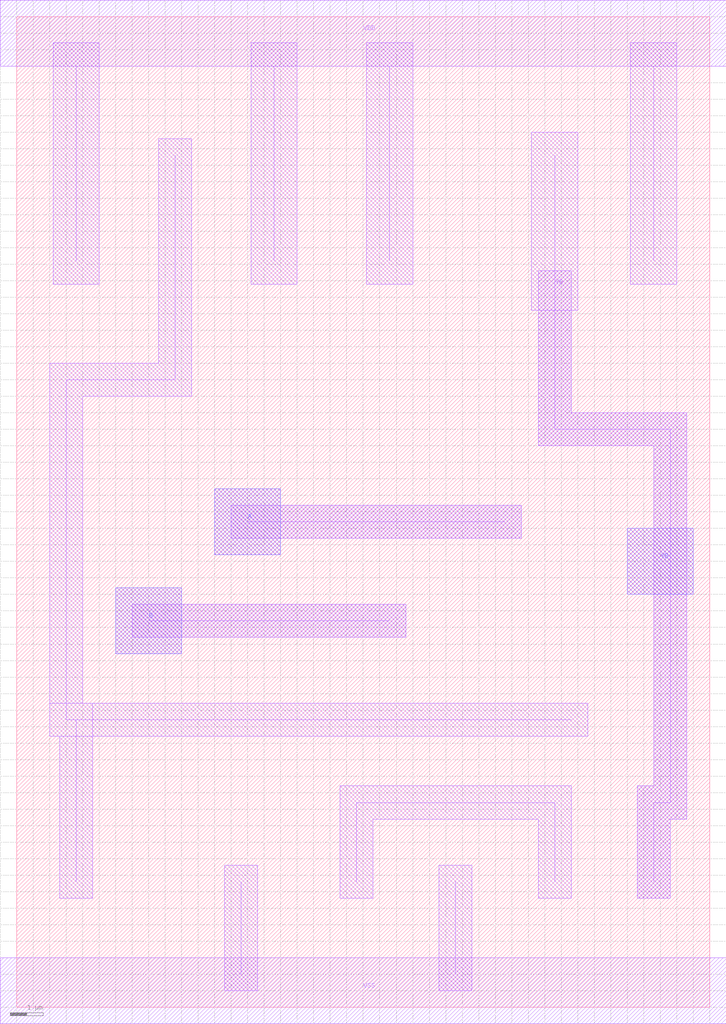
<source format=lef>
VERSION 5.5 ;
NAMESCASESENSITIVE ON ;
BUSBITCHARS "[]" ;
DIVIDERCHAR "/" ;

MACRO exnr
  CLASS CORE ;
  SOURCE USER ;
  ORIGIN 0 0 ;
  SIZE 21.000 BY 30.000 ;
  SYMMETRY X Y ;
  SITE unit ;
 
  PIN A
    USE SIGNAL ;
    PORT
      LAYER ML1 ;
        WIDTH 1.000  ;
        PATH 7.000 14.700 14.800 14.700  ;
    END
    PORT
      LAYER ML1 ;
        POLYGON 6.000 13.700  6.000 15.700  8.000 15.700  8.000 13.700  6.000 
        13.700  ;
    END
    PORT
      LAYER ML2 ;
        POLYGON 6.000 13.700  6.000 15.700  8.000 15.700  8.000 13.700  6.000 
        13.700  ;
    END
  END A
  PIN B
    USE SIGNAL ;
    PORT
      LAYER ML2 ;
        POLYGON 3.000 10.700  3.000 12.700  5.000 12.700  5.000 10.700  3.000 
        10.700  ;
    END
    PORT
      LAYER ML1 ;
        WIDTH 1.000  ;
        PATH 4.000 11.700 11.300 11.700  ;
    END
    PORT
      LAYER ML1 ;
        POLYGON 3.000 10.700  3.000 12.700  5.000 12.700  5.000 10.700  3.000 
        10.700  ;
    END
  END B
  PIN VDD
    USE POWER ;
    PORT
      LAYER ML1 ;
        RECT -0.500 28.500  21.500 30.500  ;
    END
  END VDD
  PIN VSS
    USE GROUND ;
    PORT
      LAYER ML1 ;
        RECT -0.500 -0.500  21.500 1.500  ;
    END
  END VSS
  PIN YB
    USE SIGNAL ;
    PORT
      LAYER ML1 ;
        WIDTH 1.000  ;
        PATH 16.300 21.800 16.300 17.500 19.800 17.500 19.800 6.200 19.300 
        6.200 19.300 3.800  ;
    END
    PORT
      LAYER ML1 ;
        POLYGON 18.500 12.500  18.500 14.500  20.500 14.500  20.500 12.500  
        18.500 12.500  ;
    END
    PORT
      LAYER ML2 ;
        POLYGON 18.500 12.500  18.500 14.500  20.500 14.500  20.500 12.500  
        18.500 12.500  ;
    END
  END YB
  OBS

    LAYER ML1 ;
      WIDTH 1.400  ;
      PATH 1.800 22.600 1.800 28.500  ;
      WIDTH 1.000  ;
      PATH 4.800 25.800 4.800 19.000 1.500 19.000 1.500 8.700 1.800 8.700 
      1.800 3.800  ;
      WIDTH 1.000  ;
      PATH 6.800 1.000 6.800 3.800  ;
      WIDTH 1.000  ;
      PATH 4.000 11.700 11.300 11.700  ;
      WIDTH 1.400  ;
      PATH 7.800 22.600 7.800 28.500  ;
      WIDTH 1.000  ;
      PATH 1.500 8.700 16.800 8.700  ;

      WIDTH 1.000  ;
      PATH 7.000 14.700 14.800 14.700  ;
      WIDTH 1.400  ;
      PATH 11.300 22.600 11.300 28.500  ;
      WIDTH 1.000  ;
      PATH 13.300 1.000 13.300 3.800  ;
      WIDTH 1.000  ;
      PATH 16.300 3.800 16.300 6.200 10.300 6.200 10.300 3.800  ;
      WIDTH 1.400  ;
      PATH 16.300 25.800 16.300 21.800  ;
      WIDTH 1.000  ;
      PATH 16.300 21.800 16.300 17.500 19.800 17.500 19.800 6.200 19.300 6.200 
      19.300 3.800  ;
      WIDTH 1.400  ;
      PATH 19.300 22.600 19.300 28.500  ;

    VIA 1.800 23.800  dcont ;
    VIA 1.800 21.800  dcont ;
    VIA 1.800 3.800  dcont ;
    VIA 1.800 25.800  dcont ;
    VIA 4.800 25.800  dcont ;
    VIA 4.800 23.800  dcont ;
    VIA 4.800 21.800  dcont ;
    VIA 6.800 3.800  dcont ;
    VIA 7.800 23.800  dcont ;
    VIA 7.800 21.800  dcont ;
    VIA 7.800 25.800  dcont ;
    VIA 10.300 3.800  dcont ;
    VIA 11.300 21.800  dcont ;
    VIA 11.300 23.800  dcont ;
    VIA 11.300 25.800  dcont ;
    VIA 13.300 3.800  dcont ;
    VIA 16.300 21.800  dcont ;
    VIA 16.300 25.800  dcont ;
    VIA 16.300 23.800  dcont ;
    VIA 16.300 3.800  dcont ;
    VIA 19.300 23.800  dcont ;
    VIA 19.300 21.800  dcont ;
    VIA 19.300 25.800  dcont ;
    VIA 19.300 3.800  dcont ;
    VIA 7.000 14.700  pcont ;
    VIA 10.200 29.500  nsubcont ;
    VIA 17.300 8.700  pcont ;
    VIA 14.300 14.700  pcont ;
    VIA 4.000 11.700  pcont ;
    VIA 11.300 11.700  pcont ;
    VIA 10.200 0.500  psubcont ;
  END
END exnr

MACRO dcont
  CLASS CORE ;
  OBS
    LAYER ML1 ;
      RECT -1.000 -1.000  1.000 1.000  ;
  END
END dcont

MACRO pcont
  CLASS CORE ;
  OBS
    LAYER ML1 ;
      RECT -1.000 -1.000  1.000 1.000  ;
  END
END pcont

MACRO nsubcont
  CLASS CORE ;
  OBS
    LAYER ML1 ;
      RECT -1.000 -1.000  1.000 1.000  ;
  END
END nsubcont

MACRO psubcont
  CLASS CORE ;
  OBS
    LAYER ML1 ;
      RECT -1.000 -1.000  1.000 1.000  ;
  END
END psubcont


END LIBRARY

</source>
